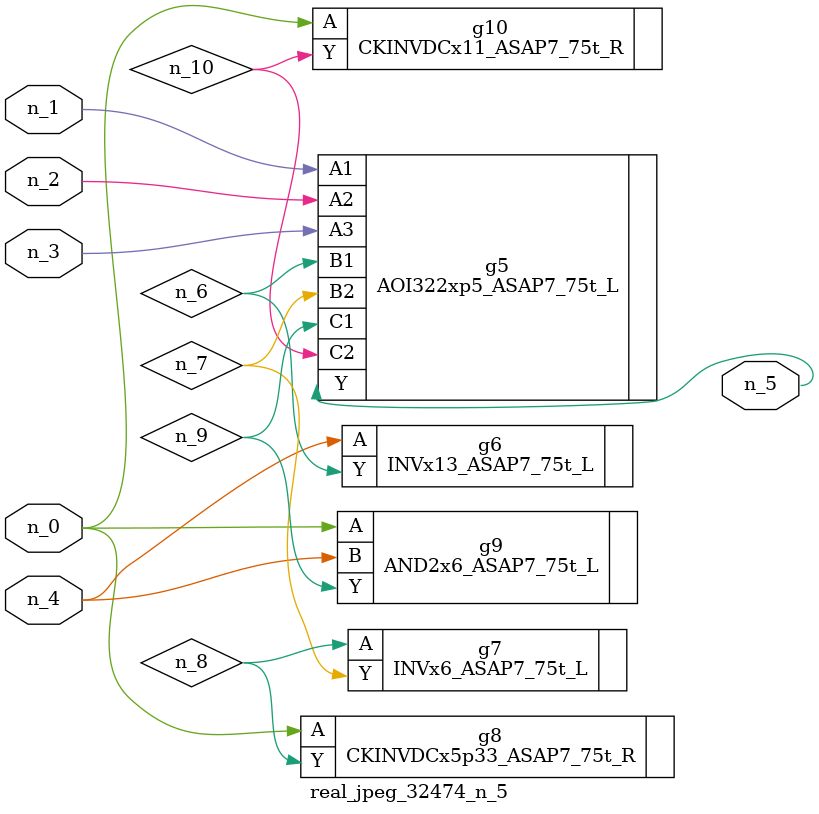
<source format=v>
module real_jpeg_32474_n_5 (n_4, n_0, n_1, n_2, n_3, n_5);

input n_4;
input n_0;
input n_1;
input n_2;
input n_3;

output n_5;

wire n_8;
wire n_6;
wire n_7;
wire n_10;
wire n_9;

CKINVDCx5p33_ASAP7_75t_R g8 ( 
.A(n_0),
.Y(n_8)
);

AND2x6_ASAP7_75t_L g9 ( 
.A(n_0),
.B(n_4),
.Y(n_9)
);

CKINVDCx11_ASAP7_75t_R g10 ( 
.A(n_0),
.Y(n_10)
);

AOI322xp5_ASAP7_75t_L g5 ( 
.A1(n_1),
.A2(n_2),
.A3(n_3),
.B1(n_6),
.B2(n_7),
.C1(n_9),
.C2(n_10),
.Y(n_5)
);

INVx13_ASAP7_75t_L g6 ( 
.A(n_4),
.Y(n_6)
);

INVx6_ASAP7_75t_L g7 ( 
.A(n_8),
.Y(n_7)
);


endmodule
</source>
